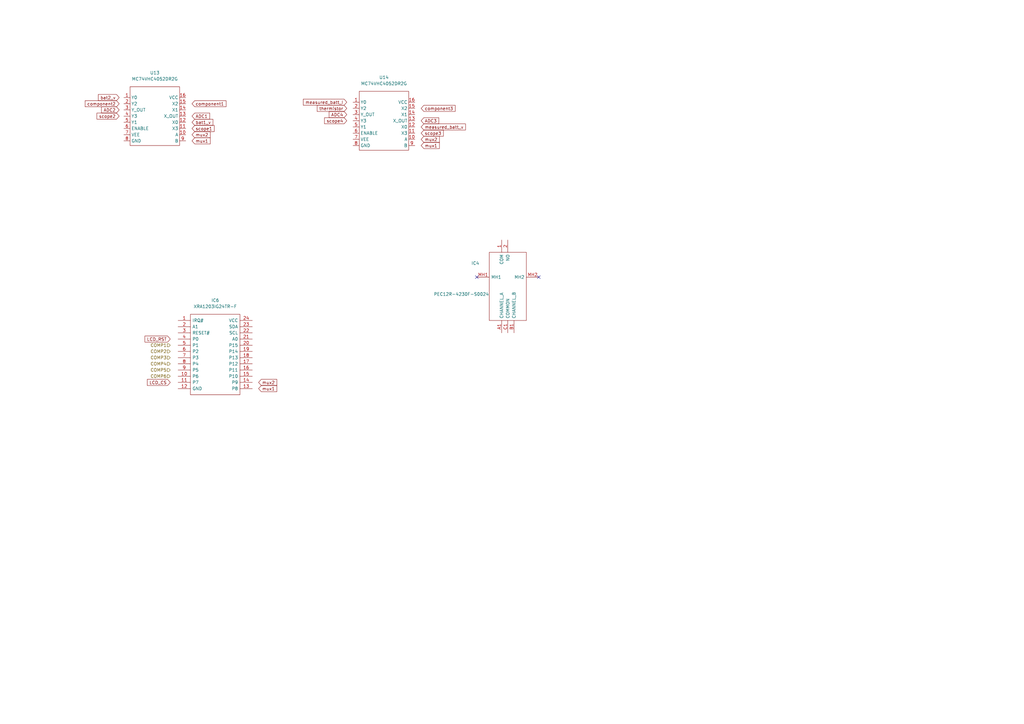
<source format=kicad_sch>
(kicad_sch (version 20211123) (generator eeschema)
  (paper "A3")
  (lib_symbols
    (symbol "My_custom_lib:MC74VHC4052DR2G"
      (property "Reference" "U" (at -1.27 13.97 0))
      (property "Value" "MC74VHC4052DR2G" (at 0 11.43 0))
      (symbol "MC74VHC4052DR2G_0_1"
        (rectangle (start -10.795 -11.43) (end 9.525 12.7))
      )
      (symbol "MC74VHC4052DR2G_1_1"
        (pin output line (at -13.335 8.255 0) (length 2.54) (name "Y0") (number "1"))
        (pin output line (at 12.065 -6.985 180) (length 2.54) (name "A") (number "10"))
        (pin output line (at 12.065 -4.445 180) (length 2.54) (name "X3") (number "11"))
        (pin output line (at 12.065 -1.905 180) (length 2.54) (name "X0") (number "12"))
        (pin output line (at 12.065 0.635 180) (length 2.54) (name "X_OUT") (number "13"))
        (pin output line (at 12.065 3.175 180) (length 2.54) (name "X1") (number "14"))
        (pin output line (at 12.065 5.715 180) (length 2.54) (name "X2") (number "15"))
        (pin power_in line (at 12.065 8.255 180) (length 2.54) (name "VCC") (number "16"))
        (pin output line (at -13.335 5.715 0) (length 2.54) (name "Y2") (number "2"))
        (pin output line (at -13.335 3.175 0) (length 2.54) (name "Y_OUT") (number "3"))
        (pin output line (at -13.335 0.635 0) (length 2.54) (name "Y3") (number "4"))
        (pin output line (at -13.335 -1.905 0) (length 2.54) (name "Y1") (number "5"))
        (pin output line (at -13.335 -4.445 0) (length 2.54) (name "ENABLE") (number "6"))
        (pin output line (at -13.335 -6.985 0) (length 2.54) (name "VEE") (number "7"))
        (pin power_in line (at -13.335 -9.525 0) (length 2.54) (name "GND") (number "8"))
        (pin output line (at 12.065 -9.525 180) (length 2.54) (name "B") (number "9"))
      )
    )
    (symbol "SamacSys_Parts:PEC12R-4230F-S0024" (pin_names (offset 0.762))
      (property "Reference" "IC" (at 21.59 15.24 0))
      (property "Value" "PEC12R-4230F-S0024" (at 21.59 12.7 0))
      (symbol "PEC12R-4230F-S0024_0_0"
        (pin passive line (at 10.16 15.24 270) (length 5.08) (name "COM") (number "1"))
        (pin passive line (at 12.7 15.24 270) (length 5.08) (name "NO") (number "2"))
        (pin passive line (at 10.16 -22.86 90) (length 5.08) (name "CHANNEL_A") (number "A1"))
        (pin passive line (at 15.24 -22.86 90) (length 5.08) (name "CHANNEL_B") (number "B1"))
        (pin passive line (at 12.7 -22.86 90) (length 5.08) (name "COMMON") (number "C1"))
        (pin passive line (at 0 0 0) (length 5.08) (name "MH1") (number "MH1"))
        (pin passive line (at 25.4 0 180) (length 5.08) (name "MH2") (number "MH2"))
      )
      (symbol "PEC12R-4230F-S0024_0_1"
        (polyline (pts (xy 5.08 10.16) (xy 20.32 10.16) (xy 20.32 -17.78) (xy 5.08 -17.78) (xy 5.08 10.16)) (stroke (width 0.1524)))
      )
    )
    (symbol "SamacSys_Parts:XRA1203IG24TR-F" (pin_names (offset 0.762))
      (property "Reference" "IC" (at 26.67 7.62 0))
      (property "Value" "XRA1203IG24TR-F" (at 26.67 5.08 0))
      (symbol "XRA1203IG24TR-F_0_0"
        (pin passive line (at 0 0 0) (length 5.08) (name "IRQ#") (number "1"))
        (pin passive line (at 0 -22.86 0) (length 5.08) (name "P6") (number "10"))
        (pin passive line (at 0 -25.4 0) (length 5.08) (name "P7") (number "11"))
        (pin passive line (at 0 -27.94 0) (length 5.08) (name "GND") (number "12"))
        (pin passive line (at 30.48 -27.94 180) (length 5.08) (name "P8") (number "13"))
        (pin passive line (at 30.48 -25.4 180) (length 5.08) (name "P9") (number "14"))
        (pin passive line (at 30.48 -22.86 180) (length 5.08) (name "P10") (number "15"))
        (pin passive line (at 30.48 -20.32 180) (length 5.08) (name "P11") (number "16"))
        (pin passive line (at 30.48 -17.78 180) (length 5.08) (name "P12") (number "17"))
        (pin passive line (at 30.48 -15.24 180) (length 5.08) (name "P13") (number "18"))
        (pin passive line (at 30.48 -12.7 180) (length 5.08) (name "P14") (number "19"))
        (pin passive line (at 0 -2.54 0) (length 5.08) (name "A1") (number "2"))
        (pin passive line (at 30.48 -10.16 180) (length 5.08) (name "P15") (number "20"))
        (pin passive line (at 30.48 -7.62 180) (length 5.08) (name "A0") (number "21"))
        (pin passive line (at 30.48 -5.08 180) (length 5.08) (name "SCL") (number "22"))
        (pin passive line (at 30.48 -2.54 180) (length 5.08) (name "SDA") (number "23"))
        (pin passive line (at 30.48 0 180) (length 5.08) (name "VCC") (number "24"))
        (pin passive line (at 0 -5.08 0) (length 5.08) (name "RESET#") (number "3"))
        (pin passive line (at 0 -7.62 0) (length 5.08) (name "P0") (number "4"))
        (pin passive line (at 0 -10.16 0) (length 5.08) (name "P1") (number "5"))
        (pin passive line (at 0 -12.7 0) (length 5.08) (name "P2") (number "6"))
        (pin passive line (at 0 -15.24 0) (length 5.08) (name "P3") (number "7"))
        (pin passive line (at 0 -17.78 0) (length 5.08) (name "P4") (number "8"))
        (pin passive line (at 0 -20.32 0) (length 5.08) (name "P5") (number "9"))
      )
      (symbol "XRA1203IG24TR-F_0_1"
        (polyline (pts (xy 5.08 2.54) (xy 25.4 2.54) (xy 25.4 -30.48) (xy 5.08 -30.48) (xy 5.08 2.54)) (stroke (width 0.1524)))
      )
    )
  )
  (no_connect (at 220.98 113.665))
  (no_connect (at 195.58 113.665))
  (global_label "scope2" (shape input) (at 48.895 47.625 180) (property "Intersheet References" "${INTERSHEET_REFS}" (effects hide)))
  (global_label "LCD_RST" (shape input) (at 69.85 139.065 180) (property "Intersheet References" "${INTERSHEET_REFS}" (effects hide)))
  (global_label "LCD_CS" (shape input) (at 69.85 156.845 180) (property "Intersheet References" "${INTERSHEET_REFS}" (effects hide)))
  (global_label "measured_batt_v" (shape input) (at 172.72 52.07 0) (property "Intersheet References" "${INTERSHEET_REFS}" (effects hide)))
  (global_label "mux2" (shape input) (at 78.74 55.245 0) (property "Intersheet References" "${INTERSHEET_REFS}" (effects hide)))
  (global_label "component3" (shape input) (at 172.72 44.45 0) (property "Intersheet References" "${INTERSHEET_REFS}" (effects hide)))
  (global_label "mux1" (shape input) (at 106.045 159.385 0) (property "Intersheet References" "${INTERSHEET_REFS}" (effects hide)))
  (global_label "mux2" (shape input) (at 106.045 156.845 0) (property "Intersheet References" "${INTERSHEET_REFS}" (effects hide)))
  (global_label "mux1" (shape input) (at 172.72 59.69 0) (property "Intersheet References" "${INTERSHEET_REFS}" (effects hide)))
  (global_label "component2" (shape input) (at 48.895 42.545 180) (property "Intersheet References" "${INTERSHEET_REFS}" (effects hide)))
  (global_label "scope1" (shape input) (at 78.74 52.705 0) (property "Intersheet References" "${INTERSHEET_REFS}" (effects hide)))
  (global_label "mux2" (shape input) (at 172.72 57.15 0) (property "Intersheet References" "${INTERSHEET_REFS}" (effects hide)))
  (global_label "ADC4" (shape input) (at 142.24 46.99 180) (property "Intersheet References" "${INTERSHEET_REFS}" (effects hide)))
  (global_label "ADC3" (shape input) (at 172.72 49.53 0) (property "Intersheet References" "${INTERSHEET_REFS}" (effects hide)))
  (global_label "ADC2" (shape input) (at 48.895 45.085 180) (property "Intersheet References" "${INTERSHEET_REFS}" (effects hide)))
  (global_label "ADC1" (shape input) (at 78.74 47.625 0) (property "Intersheet References" "${INTERSHEET_REFS}" (effects hide)))
  (global_label "scope4" (shape input) (at 142.24 49.53 180) (property "Intersheet References" "${INTERSHEET_REFS}" (effects hide)))
  (global_label "component1" (shape input) (at 78.74 42.545 0) (property "Intersheet References" "${INTERSHEET_REFS}" (effects hide)))
  (global_label "bat1_v" (shape input) (at 78.74 50.165 0) (property "Intersheet References" "${INTERSHEET_REFS}" (effects hide)))
  (global_label "bat2_v" (shape input) (at 48.895 40.005 180) (property "Intersheet References" "${INTERSHEET_REFS}" (effects hide)))
  (global_label "measured_batt_I" (shape input) (at 142.24 41.91 180) (property "Intersheet References" "${INTERSHEET_REFS}" (effects hide)))
  (global_label "scope3" (shape input) (at 172.72 54.61 0) (property "Intersheet References" "${INTERSHEET_REFS}" (effects hide)))
  (global_label "mux1" (shape input) (at 78.74 57.785 0) (property "Intersheet References" "${INTERSHEET_REFS}" (effects hide)))
  (global_label "thermistor" (shape input) (at 142.24 44.45 180) (property "Intersheet References" "${INTERSHEET_REFS}" (effects hide)))
  (hierarchical_label "COMP1" (shape input) (at 69.85 141.605 180))
  (hierarchical_label "COMP2" (shape input) (at 69.85 144.145 180))
  (hierarchical_label "COMP4" (shape input) (at 69.85 149.225 180))
  (hierarchical_label "COMP5" (shape input) (at 69.85 151.765 180))
  (hierarchical_label "COMP3" (shape input) (at 69.85 146.685 180))
  (hierarchical_label "COMP6" (shape input) (at 69.85 154.305 180))
  (symbol (lib_id "SamacSys_Parts:XRA1203IG24TR-F") (at 73.025 131.445 0) (unit 1)
    (property "Reference" "IC6" (at 88.265 123.19 0))
    (property "Value" "XRA1203IG24TR-F" (at 88.265 125.73 0))
    (property "Footprint" "SOP65P640X120-24N" (effects hide))
    (property "Description" "Interface - I/O Expanders 16 Bit I2C GPIO Expander" (effects hide))
    (property "Height" "1.2" (effects hide))
    (property "Mouser Part Number" "701-XRA1203IG24TR-F" (effects hide))
    (property "Mouser Price/Stock" "https://www.mouser.co.uk/ProductDetail/MaxLinear/XRA1203IG24TR-F?qs=06nTM9U4TTY4g5Cf3KL%2FYg%3D%3D" (effects hide))
    (property "Manufacturer_Name" "MaxLinear, Inc." (effects hide))
    (property "Manufacturer_Part_Number" "XRA1203IG24TR-F" (effects hide))
  )
  (symbol (lib_id "My_custom_lib:MC74VHC4052DR2G") (at 64.135 48.26 0) (unit 1)
    (property "Reference" "U13" (at 63.5 29.845 0))
    (property "Value" "MC74VHC4052DR2G" (at 63.5 32.385 0))
    (property "Footprint" "Package_SO:SOIC-16_3.9x9.9mm_P1.27mm" (effects hide))
    (property "Datasheet" "https://ro.mouser.com/ProductDetail/863-MC74VHC4052DR2G" (effects hide))
  )
  (symbol (lib_id "My_custom_lib:MC74VHC4052DR2G") (at 158.115 50.165 0) (unit 1)
    (property "Reference" "U14" (at 157.48 31.75 0))
    (property "Value" "MC74VHC4052DR2G" (at 157.48 34.29 0))
    (property "Footprint" "Package_SO:SOIC-16_3.9x9.9mm_P1.27mm" (effects hide))
    (property "Datasheet" "https://ro.mouser.com/ProductDetail/863-MC74VHC4052DR2G" (effects hide))
  )
  (symbol (lib_id "SamacSys_Parts:PEC12R-4230F-S0024") (at 195.58 113.665 0) (unit 1)
    (property "Reference" "IC4" (at 194.945 107.95 0))
    (property "Value" "PEC12R-4230F-S0024" (at 189.23 120.65 0))
    (property "Footprint" "PEC12R4230FS0024" (effects hide))
    (property "Datasheet" "http://www.bourns.com/data/global/pdfs/PEC12R.pdf" (effects hide))
    (property "Description" "Encoder 30mm Shaft w/Switch 24 pulses Bourns 24 Pulse Incremental Mechanical Rotary Encoder with a 6 mm Flat Shaft, Through Hole" (effects hide))
    (property "Height" "30.5" (effects hide))
    (property "Mouser Part Number" "652-PEC12R-4230F-S24" (effects hide))
    (property "Mouser Price/Stock" "https://www.mouser.co.uk/ProductDetail/Bourns/PEC12R-4230F-S0024?qs=Zq5ylnUbLm78S3yGzO6hng%3D%3D" (effects hide))
    (property "Manufacturer_Name" "Bourns" (effects hide))
    (property "Manufacturer_Part_Number" "PEC12R-4230F-S0024" (effects hide))
  )
)
</source>
